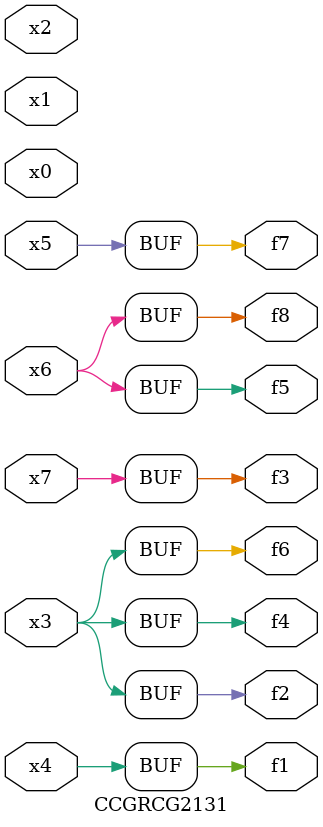
<source format=v>
module CCGRCG2131(
	input x0, x1, x2, x3, x4, x5, x6, x7,
	output f1, f2, f3, f4, f5, f6, f7, f8
);
	assign f1 = x4;
	assign f2 = x3;
	assign f3 = x7;
	assign f4 = x3;
	assign f5 = x6;
	assign f6 = x3;
	assign f7 = x5;
	assign f8 = x6;
endmodule

</source>
